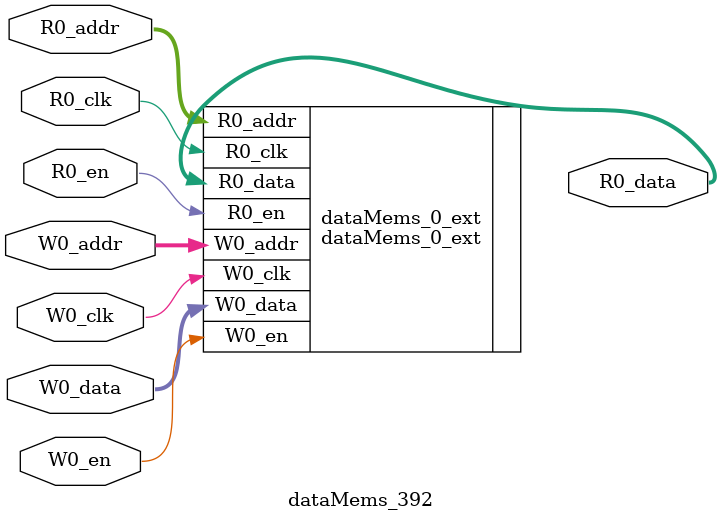
<source format=sv>
`ifndef RANDOMIZE
  `ifdef RANDOMIZE_REG_INIT
    `define RANDOMIZE
  `endif // RANDOMIZE_REG_INIT
`endif // not def RANDOMIZE
`ifndef RANDOMIZE
  `ifdef RANDOMIZE_MEM_INIT
    `define RANDOMIZE
  `endif // RANDOMIZE_MEM_INIT
`endif // not def RANDOMIZE

`ifndef RANDOM
  `define RANDOM $random
`endif // not def RANDOM

// Users can define 'PRINTF_COND' to add an extra gate to prints.
`ifndef PRINTF_COND_
  `ifdef PRINTF_COND
    `define PRINTF_COND_ (`PRINTF_COND)
  `else  // PRINTF_COND
    `define PRINTF_COND_ 1
  `endif // PRINTF_COND
`endif // not def PRINTF_COND_

// Users can define 'ASSERT_VERBOSE_COND' to add an extra gate to assert error printing.
`ifndef ASSERT_VERBOSE_COND_
  `ifdef ASSERT_VERBOSE_COND
    `define ASSERT_VERBOSE_COND_ (`ASSERT_VERBOSE_COND)
  `else  // ASSERT_VERBOSE_COND
    `define ASSERT_VERBOSE_COND_ 1
  `endif // ASSERT_VERBOSE_COND
`endif // not def ASSERT_VERBOSE_COND_

// Users can define 'STOP_COND' to add an extra gate to stop conditions.
`ifndef STOP_COND_
  `ifdef STOP_COND
    `define STOP_COND_ (`STOP_COND)
  `else  // STOP_COND
    `define STOP_COND_ 1
  `endif // STOP_COND
`endif // not def STOP_COND_

// Users can define INIT_RANDOM as general code that gets injected into the
// initializer block for modules with registers.
`ifndef INIT_RANDOM
  `define INIT_RANDOM
`endif // not def INIT_RANDOM

// If using random initialization, you can also define RANDOMIZE_DELAY to
// customize the delay used, otherwise 0.002 is used.
`ifndef RANDOMIZE_DELAY
  `define RANDOMIZE_DELAY 0.002
`endif // not def RANDOMIZE_DELAY

// Define INIT_RANDOM_PROLOG_ for use in our modules below.
`ifndef INIT_RANDOM_PROLOG_
  `ifdef RANDOMIZE
    `ifdef VERILATOR
      `define INIT_RANDOM_PROLOG_ `INIT_RANDOM
    `else  // VERILATOR
      `define INIT_RANDOM_PROLOG_ `INIT_RANDOM #`RANDOMIZE_DELAY begin end
    `endif // VERILATOR
  `else  // RANDOMIZE
    `define INIT_RANDOM_PROLOG_
  `endif // RANDOMIZE
`endif // not def INIT_RANDOM_PROLOG_

// Include register initializers in init blocks unless synthesis is set
`ifndef SYNTHESIS
  `ifndef ENABLE_INITIAL_REG_
    `define ENABLE_INITIAL_REG_
  `endif // not def ENABLE_INITIAL_REG_
`endif // not def SYNTHESIS

// Include rmemory initializers in init blocks unless synthesis is set
`ifndef SYNTHESIS
  `ifndef ENABLE_INITIAL_MEM_
    `define ENABLE_INITIAL_MEM_
  `endif // not def ENABLE_INITIAL_MEM_
`endif // not def SYNTHESIS

module dataMems_392(	// @[generators/ara/src/main/scala/UnsafeAXI4ToTL.scala:365:62]
  input  [4:0]  R0_addr,
  input         R0_en,
  input         R0_clk,
  output [66:0] R0_data,
  input  [4:0]  W0_addr,
  input         W0_en,
  input         W0_clk,
  input  [66:0] W0_data
);

  dataMems_0_ext dataMems_0_ext (	// @[generators/ara/src/main/scala/UnsafeAXI4ToTL.scala:365:62]
    .R0_addr (R0_addr),
    .R0_en   (R0_en),
    .R0_clk  (R0_clk),
    .R0_data (R0_data),
    .W0_addr (W0_addr),
    .W0_en   (W0_en),
    .W0_clk  (W0_clk),
    .W0_data (W0_data)
  );
endmodule


</source>
